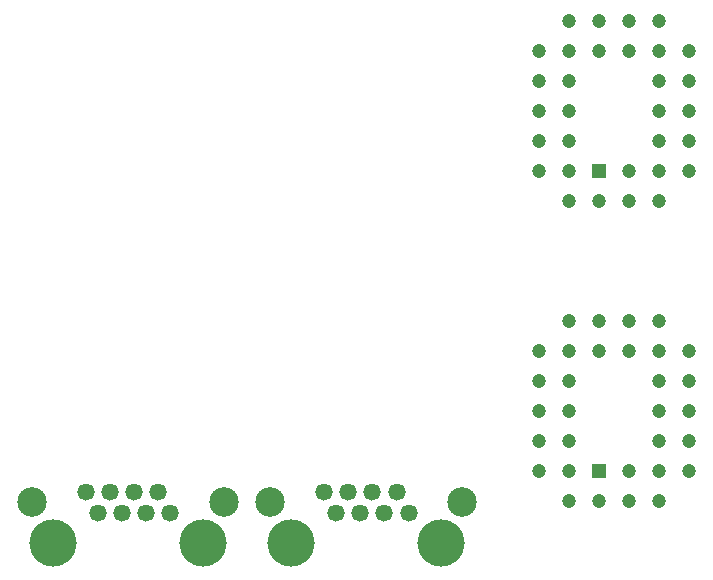
<source format=gbs>
%TF.GenerationSoftware,KiCad,Pcbnew,8.0.7*%
%TF.CreationDate,2025-02-08T22:14:50+02:00*%
%TF.ProjectId,LED Digit Tester,4c454420-4469-4676-9974-205465737465,V0*%
%TF.SameCoordinates,Original*%
%TF.FileFunction,Soldermask,Bot*%
%TF.FilePolarity,Negative*%
%FSLAX46Y46*%
G04 Gerber Fmt 4.6, Leading zero omitted, Abs format (unit mm)*
G04 Created by KiCad (PCBNEW 8.0.7) date 2025-02-08 22:14:50*
%MOMM*%
%LPD*%
G01*
G04 APERTURE LIST*
%ADD10R,1.200000X1.200000*%
%ADD11C,1.200000*%
%ADD12C,4.000000*%
%ADD13C,1.470000*%
%ADD14C,2.500000*%
G04 APERTURE END LIST*
D10*
%TO.C,IC6*%
X48008000Y2666000D03*
D11*
X50548000Y126000D03*
X50548000Y2666000D03*
X53088000Y126000D03*
X55628000Y2666000D03*
X53088000Y2666000D03*
X55628000Y5206000D03*
X53088000Y5206000D03*
X55628000Y7746000D03*
X53088000Y7746000D03*
X55628000Y10286000D03*
X53088000Y10286000D03*
X55628000Y12826000D03*
X53088000Y15366000D03*
X53088000Y12826000D03*
X50548000Y15366000D03*
X50548000Y12826000D03*
X48008000Y15366000D03*
X48008000Y12826000D03*
X45468000Y15366000D03*
X42928000Y12826000D03*
X45468000Y12826000D03*
X42928000Y10286000D03*
X45468000Y10286000D03*
X42928000Y7746000D03*
X45468000Y7746000D03*
X42928000Y5206000D03*
X45468000Y5206000D03*
X42928000Y2666000D03*
X45468000Y126000D03*
X45468000Y2666000D03*
X48008000Y126000D03*
%TD*%
D12*
%TO.C,J1*%
X21975000Y-3431000D03*
X34675000Y-3431000D03*
D13*
X31905000Y-891000D03*
X30885000Y889000D03*
X29865000Y-891000D03*
X28845000Y889000D03*
X27825000Y-891000D03*
X26805000Y889000D03*
X25785000Y-891000D03*
X24765000Y889000D03*
D14*
X36455000Y-1000D03*
X20195000Y-1000D03*
%TD*%
D12*
%TO.C,J2*%
X1780000Y-3430000D03*
X14480000Y-3430000D03*
D13*
X11710000Y-890000D03*
X10690000Y890000D03*
X9670000Y-890000D03*
X8650000Y890000D03*
X7630000Y-890000D03*
X6610000Y890000D03*
X5590000Y-890000D03*
X4570000Y890000D03*
D14*
X16260000Y0D03*
X0Y0D03*
%TD*%
D10*
%TO.C,IC1*%
X48008000Y28066000D03*
D11*
X50548000Y25526000D03*
X50548000Y28066000D03*
X53088000Y25526000D03*
X55628000Y28066000D03*
X53088000Y28066000D03*
X55628000Y30606000D03*
X53088000Y30606000D03*
X55628000Y33146000D03*
X53088000Y33146000D03*
X55628000Y35686000D03*
X53088000Y35686000D03*
X55628000Y38226000D03*
X53088000Y40766000D03*
X53088000Y38226000D03*
X50548000Y40766000D03*
X50548000Y38226000D03*
X48008000Y40766000D03*
X48008000Y38226000D03*
X45468000Y40766000D03*
X42928000Y38226000D03*
X45468000Y38226000D03*
X42928000Y35686000D03*
X45468000Y35686000D03*
X42928000Y33146000D03*
X45468000Y33146000D03*
X42928000Y30606000D03*
X45468000Y30606000D03*
X42928000Y28066000D03*
X45468000Y25526000D03*
X45468000Y28066000D03*
X48008000Y25526000D03*
%TD*%
M02*

</source>
